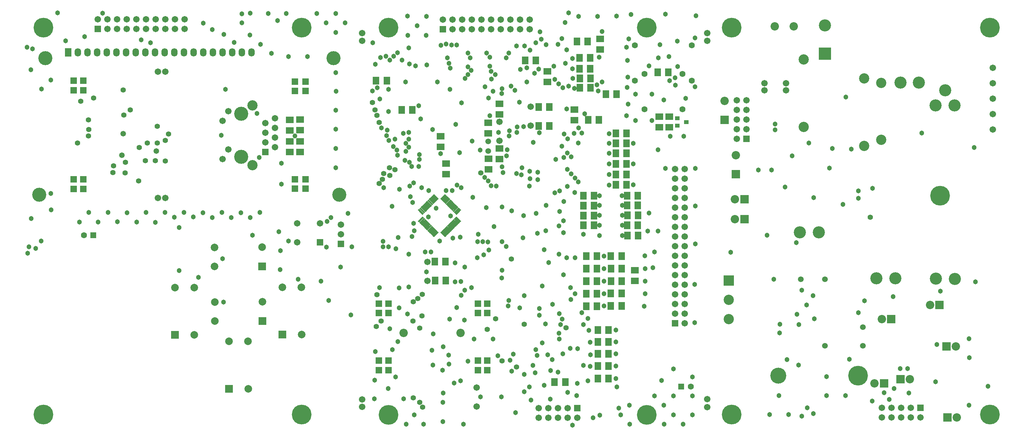
<source format=gbs>
%FSLAX43Y43*%
%MOMM*%
G71*
G01*
G75*
%ADD10C,0.300*%
%ADD11R,1.600X1.800*%
%ADD12R,1.800X1.600*%
%ADD13R,1.300X0.850*%
%ADD14R,1.450X0.550*%
%ADD15R,1.450X0.550*%
%ADD16R,0.850X1.300*%
%ADD17R,2.150X0.600*%
%ADD18R,2.150X0.600*%
%ADD19R,1.500X1.300*%
%ADD20O,1.800X0.350*%
%ADD21O,1.800X0.350*%
%ADD22R,2.500X0.500*%
%ADD23R,2.500X2.000*%
%ADD24R,0.600X2.200*%
%ADD25R,0.600X2.200*%
%ADD26R,1.100X2.150*%
%ADD27R,3.500X2.150*%
%ADD28R,1.300X1.500*%
%ADD29R,2.200X0.600*%
%ADD30R,2.200X0.600*%
%ADD31R,4.000X3.000*%
%ADD32R,3.000X4.000*%
%ADD33R,8.000X3.500*%
%ADD34R,2.150X3.500*%
%ADD35R,2.150X1.100*%
%ADD36O,2.000X1.000*%
%ADD37R,2.000X1.000*%
%ADD38R,0.300X1.600*%
%ADD39R,2.700X2.500*%
%ADD40R,2.200X0.550*%
%ADD41R,2.200X0.550*%
%ADD42R,1.550X0.600*%
%ADD43R,1.550X0.600*%
%ADD44R,1.700X0.600*%
%ADD45R,1.700X0.600*%
%ADD46C,0.250*%
%ADD47C,0.063*%
%ADD48R,0.600X1.700*%
%ADD49R,0.600X2.150*%
%ADD50R,0.600X2.150*%
%ADD51C,0.500*%
%ADD52C,1.000*%
%ADD53C,1.500*%
%ADD54C,0.800*%
%ADD55C,3.000*%
%ADD56C,0.880*%
%ADD57C,2.000*%
%ADD58C,0.600*%
%ADD59C,0.400*%
%ADD60C,0.180*%
%ADD61C,3.500*%
%ADD62C,2.500*%
%ADD63C,1.200*%
%ADD64R,1.400X1.400*%
%ADD65C,1.400*%
%ADD66C,1.500*%
%ADD67R,1.500X1.500*%
%ADD68O,1.500X2.000*%
%ADD69R,1.500X2.000*%
%ADD70C,5.000*%
%ADD71C,4.000*%
%ADD72C,3.000*%
%ADD73R,2.000X2.000*%
%ADD74C,2.000*%
%ADD75R,2.500X2.500*%
%ADD76C,1.800*%
%ADD77R,1.800X1.800*%
%ADD78R,3.000X3.000*%
%ADD79C,1.500*%
%ADD80C,1.300*%
%ADD81C,1.270*%
%ADD82C,1.100*%
%ADD83R,0.950X0.900*%
%ADD84C,0.700*%
%ADD85R,1.803X2.003*%
%ADD86R,2.003X1.803*%
%ADD87R,1.503X1.053*%
%ADD88R,1.653X0.753*%
%ADD89R,1.653X0.753*%
%ADD90R,1.053X1.503*%
%ADD91R,2.353X0.803*%
%ADD92R,2.353X0.803*%
%ADD93R,1.703X1.503*%
%ADD94O,2.003X0.553*%
%ADD95O,2.003X0.553*%
%ADD96R,2.703X0.703*%
%ADD97R,2.703X2.203*%
%ADD98R,0.803X2.403*%
%ADD99R,0.803X2.403*%
%ADD100R,1.303X2.353*%
%ADD101R,3.703X2.353*%
%ADD102R,1.503X1.703*%
%ADD103R,2.403X0.803*%
%ADD104R,2.403X0.803*%
%ADD105R,4.203X3.203*%
%ADD106R,3.203X4.203*%
%ADD107R,8.203X3.703*%
%ADD108R,2.353X3.703*%
%ADD109R,2.353X1.303*%
%ADD110O,2.203X1.203*%
%ADD111R,2.203X1.203*%
%ADD112R,0.503X1.803*%
%ADD113R,2.903X2.703*%
%ADD114R,2.403X0.753*%
%ADD115R,2.403X0.753*%
%ADD116R,1.753X0.803*%
%ADD117R,1.753X0.803*%
%ADD118R,1.903X0.803*%
%ADD119R,1.903X0.803*%
%ADD120R,0.803X1.903*%
%ADD121R,0.803X2.353*%
%ADD122R,0.803X2.353*%
%ADD123C,3.703*%
%ADD124C,2.703*%
%ADD125C,1.403*%
%ADD126R,1.603X1.603*%
%ADD127C,1.603*%
%ADD128C,1.703*%
%ADD129R,1.703X1.703*%
%ADD130O,1.703X2.203*%
%ADD131R,1.703X2.203*%
%ADD132C,5.203*%
%ADD133C,4.203*%
%ADD134C,3.203*%
%ADD135R,2.203X2.203*%
%ADD136C,2.203*%
%ADD137R,2.703X2.703*%
%ADD138C,2.003*%
%ADD139R,2.003X2.003*%
%ADD140R,3.203X3.203*%
%ADD141C,1.703*%
%ADD142C,1.503*%
%ADD143C,1.473*%
%ADD144C,1.303*%
%ADD145R,1.153X1.103*%
D47*
X107753Y52584D02*
X107442Y52896D01*
X108637Y54091D01*
X108949Y53780D01*
X107753Y52584D01*
Y52658D02*
X107515Y52896D01*
X108637Y54018D01*
X108875Y53780D01*
X107753Y52658D01*
Y52731D02*
X107589Y52896D01*
X108637Y53944D01*
X108802Y53780D01*
X107753Y52731D01*
Y52805D02*
X107663Y52896D01*
X108637Y53870D01*
X108728Y53780D01*
X107753Y52805D01*
Y52879D02*
X107736Y52896D01*
X108637Y53797D01*
X108654Y53780D01*
X107753Y52879D01*
X107791Y52915D02*
X108600Y53760D01*
X115560Y55371D02*
X115249Y55059D01*
X114053Y56254D01*
X114365Y56566D01*
X115560Y55371D01*
X115487D02*
X115249Y55133D01*
X114127Y56254D01*
X114365Y56492D01*
X115487Y55371D01*
X115413D02*
X115249Y55206D01*
X114201Y56254D01*
X114365Y56419D01*
X115413Y55371D01*
X115339D02*
X115249Y55280D01*
X114274Y56254D01*
X114365Y56345D01*
X115339Y55371D01*
X115266D02*
X115249Y55354D01*
X114348Y56254D01*
X114365Y56271D01*
X115266Y55371D01*
X115229Y55408D02*
X114384Y56217D01*
X115207Y55017D02*
X114895Y54705D01*
X113700Y55901D01*
X114011Y56213D01*
X115207Y55017D01*
X115133D02*
X114895Y54779D01*
X113773Y55901D01*
X114011Y56139D01*
X115133Y55017D01*
X115059D02*
X114895Y54853D01*
X113847Y55901D01*
X114011Y56065D01*
X115059Y55017D01*
X114986D02*
X114895Y54926D01*
X113921Y55901D01*
X114011Y55992D01*
X114986Y55017D01*
X114912D02*
X114895Y55000D01*
X113994Y55901D01*
X114011Y55918D01*
X114912Y55017D01*
X114876Y55054D02*
X114031Y55864D01*
X114853Y54663D02*
X114542Y54352D01*
X113346Y55547D01*
X113658Y55859D01*
X114853Y54663D01*
X114780D02*
X114542Y54425D01*
X113420Y55547D01*
X113658Y55785D01*
X114780Y54663D01*
X114706D02*
X114542Y54499D01*
X113493Y55547D01*
X113658Y55712D01*
X114706Y54663D01*
X114632D02*
X114542Y54573D01*
X113567Y55547D01*
X113658Y55638D01*
X114632Y54663D01*
X114559D02*
X114542Y54646D01*
X113641Y55547D01*
X113658Y55564D01*
X114559Y54663D01*
X114522Y54701D02*
X113677Y55510D01*
X114500Y54310D02*
X114188Y53998D01*
X112992Y55194D01*
X113304Y55505D01*
X114500Y54310D01*
X114426D02*
X114188Y54072D01*
X113066Y55194D01*
X113304Y55432D01*
X114426Y54310D01*
X114352D02*
X114188Y54146D01*
X113140Y55194D01*
X113304Y55358D01*
X114352Y54310D01*
X114279D02*
X114188Y54219D01*
X113213Y55194D01*
X113304Y55284D01*
X114279Y54310D01*
X114205D02*
X114188Y54293D01*
X113287Y55194D01*
X113304Y55211D01*
X114205Y54310D01*
X114169Y54347D02*
X113323Y55156D01*
X114146Y53956D02*
X113834Y53645D01*
X112639Y54840D01*
X112951Y55152D01*
X114146Y53956D01*
X114072D02*
X113834Y53718D01*
X112713Y54840D01*
X112951Y55078D01*
X114072Y53956D01*
X113999D02*
X113834Y53792D01*
X112786Y54840D01*
X112951Y55005D01*
X113999Y53956D01*
X113925D02*
X113834Y53866D01*
X112860Y54840D01*
X112951Y54931D01*
X113925Y53956D01*
X113851D02*
X113834Y53939D01*
X112934Y54840D01*
X112951Y54857D01*
X113851Y53956D01*
X113815Y53994D02*
X112970Y54803D01*
X113793Y53603D02*
X113481Y53291D01*
X112285Y54487D01*
X112597Y54798D01*
X113793Y53603D01*
X113719D02*
X113481Y53365D01*
X112359Y54487D01*
X112597Y54725D01*
X113719Y53603D01*
X113645D02*
X113481Y53438D01*
X112433Y54487D01*
X112597Y54651D01*
X113645Y53603D01*
X113572D02*
X113481Y53512D01*
X112506Y54487D01*
X112597Y54577D01*
X113572Y53603D01*
X113498D02*
X113481Y53586D01*
X112580Y54487D01*
X112597Y54504D01*
X113498Y53603D01*
X113462Y53640D02*
X112616Y54449D01*
X113439Y53249D02*
X113127Y52938D01*
X111932Y54133D01*
X112243Y54445D01*
X113439Y53249D01*
X113365D02*
X113127Y53011D01*
X112006Y54133D01*
X112243Y54371D01*
X113365Y53249D01*
X113292D02*
X113127Y53085D01*
X112079Y54133D01*
X112243Y54297D01*
X113292Y53249D01*
X113218D02*
X113127Y53159D01*
X112153Y54133D01*
X112243Y54224D01*
X113218Y53249D01*
X113144D02*
X113127Y53232D01*
X112227Y54133D01*
X112243Y54150D01*
X113144Y53249D01*
X113108Y53287D02*
X112263Y54096D01*
X113085Y52896D02*
X112774Y52584D01*
X111578Y53780D01*
X111890Y54091D01*
X113085Y52896D01*
X113012D02*
X112774Y52658D01*
X111652Y53780D01*
X111890Y54018D01*
X113012Y52896D01*
X112938D02*
X112774Y52731D01*
X111726Y53780D01*
X111890Y53944D01*
X112938Y52896D01*
X112864D02*
X112774Y52805D01*
X111799Y53780D01*
X111890Y53870D01*
X112864Y52896D01*
X112791D02*
X112774Y52879D01*
X111873Y53780D01*
X111890Y53797D01*
X112791Y52896D01*
X112754Y52933D02*
X111909Y53742D01*
X112732Y52542D02*
X112420Y52231D01*
X111225Y53426D01*
X111536Y53738D01*
X112732Y52542D01*
X112658D02*
X112420Y52304D01*
X111298Y53426D01*
X111536Y53664D01*
X112658Y52542D01*
X112585D02*
X112420Y52378D01*
X111372Y53426D01*
X111536Y53590D01*
X112585Y52542D01*
X112511D02*
X112420Y52451D01*
X111446Y53426D01*
X111536Y53517D01*
X112511Y52542D01*
X112437D02*
X112420Y52525D01*
X111519Y53426D01*
X111536Y53443D01*
X112437Y52542D01*
X112401Y52579D02*
X111556Y53389D01*
X112378Y52189D02*
X112067Y51877D01*
X110871Y53072D01*
X111183Y53384D01*
X112378Y52189D01*
X112305D02*
X112067Y51951D01*
X110945Y53072D01*
X111183Y53310D01*
X112305Y52189D01*
X112231D02*
X112067Y52024D01*
X111019Y53072D01*
X111183Y53237D01*
X112231Y52189D01*
X112157D02*
X112067Y52098D01*
X111092Y53072D01*
X111183Y53163D01*
X112157Y52189D01*
X112084D02*
X112067Y52172D01*
X111166Y53072D01*
X111183Y53089D01*
X112084Y52189D01*
X112047Y52226D02*
X111202Y53035D01*
X112025Y51835D02*
X111713Y51523D01*
X110518Y52719D01*
X110829Y53031D01*
X112025Y51835D01*
X111951D02*
X111713Y51597D01*
X110591Y52719D01*
X110829Y52957D01*
X111951Y51835D01*
X111877D02*
X111713Y51671D01*
X110665Y52719D01*
X110829Y52883D01*
X111877Y51835D01*
X111804D02*
X111713Y51744D01*
X110739Y52719D01*
X110829Y52810D01*
X111804Y51835D01*
X111730D02*
X111713Y51818D01*
X110812Y52719D01*
X110829Y52736D01*
X111730Y51835D01*
X111694Y51872D02*
X110849Y52682D01*
X108814Y51523D02*
X108502Y51835D01*
X109698Y53031D01*
X110010Y52719D01*
X108814Y51523D01*
Y51597D02*
X108576Y51835D01*
X109698Y52957D01*
X109936Y52719D01*
X108814Y51597D01*
Y51671D02*
X108650Y51835D01*
X109698Y52883D01*
X109862Y52719D01*
X108814Y51671D01*
Y51744D02*
X108723Y51835D01*
X109698Y52810D01*
X109789Y52719D01*
X108814Y51744D01*
Y51818D02*
X108797Y51835D01*
X109698Y52736D01*
X109715Y52719D01*
X108814Y51818D01*
X108851Y51854D02*
X109661Y52700D01*
X108460Y51877D02*
X108149Y52189D01*
X109344Y53384D01*
X109656Y53072D01*
X108460Y51877D01*
Y51951D02*
X108223Y52189D01*
X109344Y53310D01*
X109582Y53072D01*
X108460Y51951D01*
Y52024D02*
X108296Y52189D01*
X109344Y53237D01*
X109509Y53072D01*
X108460Y52024D01*
Y52098D02*
X108370Y52189D01*
X109344Y53163D01*
X109435Y53072D01*
X108460Y52098D01*
Y52172D02*
X108443Y52189D01*
X109344Y53089D01*
X109361Y53072D01*
X108460Y52172D01*
X108498Y52208D02*
X109307Y53053D01*
X108107Y52230D02*
X107795Y52542D01*
X108991Y53738D01*
X109302Y53426D01*
X108107Y52230D01*
Y52304D02*
X107869Y52542D01*
X108991Y53664D01*
X109229Y53426D01*
X108107Y52304D01*
Y52378D02*
X107943Y52542D01*
X108991Y53590D01*
X109155Y53426D01*
X108107Y52378D01*
Y52451D02*
X108016Y52542D01*
X108991Y53517D01*
X109081Y53426D01*
X108107Y52451D01*
Y52525D02*
X108090Y52542D01*
X108991Y53443D01*
X109008Y53426D01*
X108107Y52525D01*
X108144Y52561D02*
X108953Y53407D01*
X107400Y52938D02*
X107088Y53249D01*
X108284Y54445D01*
X108595Y54133D01*
X107400Y52938D01*
Y53011D02*
X107162Y53249D01*
X108284Y54371D01*
X108522Y54133D01*
X107400Y53011D01*
Y53085D02*
X107236Y53249D01*
X108284Y54297D01*
X108448Y54133D01*
X107400Y53085D01*
Y53159D02*
X107309Y53249D01*
X108284Y54224D01*
X108374Y54133D01*
X107400Y53159D01*
Y53232D02*
X107383Y53249D01*
X108284Y54150D01*
X108301Y54133D01*
X107400Y53232D01*
X107437Y53269D02*
X108246Y54114D01*
X107046Y53291D02*
X106735Y53603D01*
X107930Y54798D01*
X108242Y54487D01*
X107046Y53291D01*
Y53365D02*
X106808Y53603D01*
X107930Y54725D01*
X108168Y54487D01*
X107046Y53365D01*
Y53438D02*
X106882Y53603D01*
X107930Y54651D01*
X108094Y54487D01*
X107046Y53438D01*
Y53512D02*
X106956Y53603D01*
X107930Y54577D01*
X108021Y54487D01*
X107046Y53512D01*
Y53586D02*
X107029Y53603D01*
X107930Y54504D01*
X107947Y54487D01*
X107046Y53586D01*
X107084Y53622D02*
X107893Y54467D01*
X106693Y53645D02*
X106381Y53956D01*
X107577Y55152D01*
X107888Y54840D01*
X106693Y53645D01*
Y53718D02*
X106455Y53956D01*
X107577Y55078D01*
X107815Y54840D01*
X106693Y53718D01*
Y53792D02*
X106528Y53956D01*
X107577Y55005D01*
X107741Y54840D01*
X106693Y53792D01*
Y53866D02*
X106602Y53956D01*
X107577Y54931D01*
X107667Y54840D01*
X106693Y53866D01*
Y53939D02*
X106676Y53956D01*
X107577Y54857D01*
X107594Y54840D01*
X106693Y53939D01*
X106730Y53976D02*
X107539Y54821D01*
X106339Y53998D02*
X106028Y54310D01*
X107223Y55505D01*
X107535Y55194D01*
X106339Y53998D01*
Y54072D02*
X106101Y54310D01*
X107223Y55432D01*
X107461Y55194D01*
X106339Y54072D01*
Y54146D02*
X106175Y54310D01*
X107223Y55358D01*
X107387Y55194D01*
X106339Y54146D01*
Y54219D02*
X106248Y54310D01*
X107223Y55284D01*
X107314Y55194D01*
X106339Y54219D01*
Y54293D02*
X106322Y54310D01*
X107223Y55211D01*
X107240Y55194D01*
X106339Y54293D01*
X106376Y54329D02*
X107186Y55174D01*
X105986Y54352D02*
X105674Y54663D01*
X106869Y55859D01*
X107181Y55547D01*
X105986Y54352D01*
Y54425D02*
X105748Y54663D01*
X106869Y55785D01*
X107107Y55547D01*
X105986Y54425D01*
Y54499D02*
X105821Y54663D01*
X106869Y55712D01*
X107034Y55547D01*
X105986Y54499D01*
Y54573D02*
X105895Y54663D01*
X106869Y55638D01*
X106960Y55547D01*
X105986Y54573D01*
Y54646D02*
X105969Y54663D01*
X106869Y55564D01*
X106886Y55547D01*
X105986Y54646D01*
X106023Y54683D02*
X106832Y55528D01*
X105632Y54705D02*
X105320Y55017D01*
X106516Y56213D01*
X106828Y55901D01*
X105632Y54705D01*
Y54779D02*
X105394Y55017D01*
X106516Y56139D01*
X106754Y55901D01*
X105632Y54779D01*
Y54853D02*
X105468Y55017D01*
X106516Y56065D01*
X106680Y55901D01*
X105632Y54853D01*
Y54926D02*
X105541Y55017D01*
X106516Y55992D01*
X106607Y55901D01*
X105632Y54926D01*
Y55000D02*
X105615Y55017D01*
X106516Y55918D01*
X106533Y55901D01*
X105632Y55000D01*
X105669Y55036D02*
X106479Y55882D01*
X105279Y55059D02*
X104967Y55371D01*
X106162Y56566D01*
X106474Y56254D01*
X105279Y55059D01*
Y55133D02*
X105041Y55371D01*
X106162Y56492D01*
X106400Y56254D01*
X105279Y55133D01*
Y55206D02*
X105114Y55371D01*
X106162Y56419D01*
X106327Y56254D01*
X105279Y55206D01*
Y55280D02*
X105188Y55371D01*
X106162Y56345D01*
X106253Y56254D01*
X105279Y55280D01*
Y55354D02*
X105261Y55371D01*
X106162Y56271D01*
X106179Y56254D01*
X105279Y55354D01*
X105316Y55390D02*
X106125Y56235D01*
X104925Y55412D02*
X104613Y55724D01*
X105809Y56920D01*
X106120Y56608D01*
X104925Y55412D01*
Y55486D02*
X104687Y55724D01*
X105809Y56846D01*
X106047Y56608D01*
X104925Y55486D01*
Y55560D02*
X104761Y55724D01*
X105809Y56772D01*
X105973Y56608D01*
X104925Y55560D01*
Y55633D02*
X104834Y55724D01*
X105809Y56699D01*
X105899Y56608D01*
X104925Y55633D01*
Y55707D02*
X104908Y55724D01*
X105809Y56625D01*
X105826Y56608D01*
X104925Y55707D01*
X104962Y55743D02*
X105772Y56589D01*
X110009Y61628D02*
X109698Y61317D01*
X108502Y62512D01*
X108814Y62824D01*
X110009Y61628D01*
X109936D02*
X109698Y61390D01*
X108576Y62512D01*
X108814Y62750D01*
X109936Y61628D01*
X109862D02*
X109698Y61464D01*
X108650Y62512D01*
X108814Y62677D01*
X109862Y61628D01*
X109788D02*
X109698Y61538D01*
X108723Y62512D01*
X108814Y62603D01*
X109788Y61628D01*
X109715D02*
X109698Y61611D01*
X108797Y62512D01*
X108814Y62529D01*
X109715Y61628D01*
X109678Y61666D02*
X108833Y62475D01*
X109656Y61275D02*
X109344Y60963D01*
X108149Y62159D01*
X108460Y62470D01*
X109656Y61275D01*
X109582D02*
X109344Y61037D01*
X108223Y62159D01*
X108460Y62397D01*
X109582Y61275D01*
X109509D02*
X109344Y61111D01*
X108296Y62159D01*
X108460Y62323D01*
X109509Y61275D01*
X109435D02*
X109344Y61184D01*
X108370Y62159D01*
X108460Y62249D01*
X109435Y61275D01*
X109361D02*
X109344Y61258D01*
X108443Y62159D01*
X108460Y62176D01*
X109361Y61275D01*
X109325Y61312D02*
X108480Y62121D01*
X109302Y60921D02*
X108991Y60610D01*
X107795Y61805D01*
X108107Y62117D01*
X109302Y60921D01*
X109229D02*
X108991Y60683D01*
X107869Y61805D01*
X108107Y62043D01*
X109229Y60921D01*
X109155D02*
X108991Y60757D01*
X107943Y61805D01*
X108107Y61970D01*
X109155Y60921D01*
X109081D02*
X108991Y60831D01*
X108016Y61805D01*
X108107Y61896D01*
X109081Y60921D01*
X109008D02*
X108991Y60904D01*
X108090Y61805D01*
X108107Y61822D01*
X109008Y60921D01*
X108971Y60959D02*
X108126Y61768D01*
X108242Y59861D02*
X107930Y59549D01*
X106735Y60745D01*
X107046Y61056D01*
X108242Y59861D01*
X108168D02*
X107930Y59623D01*
X106808Y60745D01*
X107046Y60983D01*
X108168Y59861D01*
X108094D02*
X107930Y59696D01*
X106882Y60745D01*
X107046Y60909D01*
X108094Y59861D01*
X108021D02*
X107930Y59770D01*
X106956Y60745D01*
X107046Y60835D01*
X108021Y59861D01*
X107947D02*
X107930Y59844D01*
X107029Y60745D01*
X107046Y60762D01*
X107947Y59861D01*
X107911Y59898D02*
X107066Y60707D01*
X107888Y59507D02*
X107577Y59196D01*
X106381Y60391D01*
X106693Y60703D01*
X107888Y59507D01*
X107815D02*
X107577Y59269D01*
X106455Y60391D01*
X106693Y60629D01*
X107815Y59507D01*
X107741D02*
X107577Y59343D01*
X106528Y60391D01*
X106693Y60555D01*
X107741Y59507D01*
X107667D02*
X107577Y59416D01*
X106602Y60391D01*
X106693Y60482D01*
X107667Y59507D01*
X107594D02*
X107577Y59490D01*
X106676Y60391D01*
X106693Y60408D01*
X107594Y59507D01*
X107557Y59544D02*
X106712Y60354D01*
X107535Y59154D02*
X107223Y58842D01*
X106027Y60037D01*
X106339Y60349D01*
X107535Y59154D01*
X107461D02*
X107223Y58916D01*
X106101Y60037D01*
X106339Y60275D01*
X107461Y59154D01*
X107387D02*
X107223Y58989D01*
X106175Y60037D01*
X106339Y60202D01*
X107387Y59154D01*
X107314D02*
X107223Y59063D01*
X106248Y60037D01*
X106339Y60128D01*
X107314Y59154D01*
X107240D02*
X107223Y59137D01*
X106322Y60037D01*
X106339Y60054D01*
X107240Y59154D01*
X107204Y59191D02*
X106358Y60000D01*
X107181Y58800D02*
X106869Y58488D01*
X105674Y59684D01*
X105986Y59996D01*
X107181Y58800D01*
X107107D02*
X106869Y58562D01*
X105748Y59684D01*
X105986Y59922D01*
X107107Y58800D01*
X107034D02*
X106869Y58636D01*
X105821Y59684D01*
X105986Y59848D01*
X107034Y58800D01*
X106960D02*
X106869Y58709D01*
X105895Y59684D01*
X105986Y59775D01*
X106960Y58800D01*
X106886D02*
X106869Y58783D01*
X105969Y59684D01*
X105986Y59701D01*
X106886Y58800D01*
X106850Y58837D02*
X106005Y59647D01*
X106828Y58446D02*
X106516Y58135D01*
X105320Y59330D01*
X105632Y59642D01*
X106828Y58446D01*
X106754D02*
X106516Y58209D01*
X105394Y59330D01*
X105632Y59568D01*
X106754Y58446D01*
X106680D02*
X106516Y58282D01*
X105468Y59330D01*
X105632Y59495D01*
X106680Y58446D01*
X106607D02*
X106516Y58356D01*
X105541Y59330D01*
X105632Y59421D01*
X106607Y58446D01*
X106533D02*
X106516Y58429D01*
X105615Y59330D01*
X105632Y59347D01*
X106533Y58446D01*
X106497Y58484D02*
X105651Y59293D01*
X106474Y58093D02*
X106162Y57781D01*
X104967Y58977D01*
X105279Y59288D01*
X106474Y58093D01*
X106400D02*
X106162Y57855D01*
X105041Y58977D01*
X105279Y59215D01*
X106400Y58093D01*
X106327D02*
X106162Y57929D01*
X105114Y58977D01*
X105279Y59141D01*
X106327Y58093D01*
X106253D02*
X106162Y58002D01*
X105188Y58977D01*
X105279Y59067D01*
X106253Y58093D01*
X106179D02*
X106162Y58076D01*
X105261Y58977D01*
X105279Y58994D01*
X106179Y58093D01*
X106143Y58130D02*
X105298Y58939D01*
X106120Y57739D02*
X105809Y57428D01*
X104613Y58623D01*
X104925Y58935D01*
X106120Y57739D01*
X106047D02*
X105809Y57501D01*
X104687Y58623D01*
X104925Y58861D01*
X106047Y57739D01*
X105973D02*
X105809Y57575D01*
X104761Y58623D01*
X104925Y58788D01*
X105973Y57739D01*
X105899D02*
X105809Y57649D01*
X104834Y58623D01*
X104925Y58714D01*
X105899Y57739D01*
X105826D02*
X105809Y57722D01*
X104908Y58623D01*
X104925Y58640D01*
X105826Y57739D01*
X105789Y57777D02*
X104944Y58586D01*
X114365Y57781D02*
X114053Y58093D01*
X115249Y59288D01*
X115560Y58977D01*
X114365Y57781D01*
Y57855D02*
X114127Y58093D01*
X115249Y59215D01*
X115487Y58977D01*
X114365Y57855D01*
Y57929D02*
X114201Y58093D01*
X115249Y59141D01*
X115413Y58977D01*
X114365Y57929D01*
Y58002D02*
X114274Y58093D01*
X115249Y59067D01*
X115339Y58977D01*
X114365Y58002D01*
Y58076D02*
X114348Y58093D01*
X115249Y58994D01*
X115266Y58977D01*
X114365Y58076D01*
X114402Y58112D02*
X115211Y58957D01*
X114011Y58135D02*
X113700Y58446D01*
X114895Y59642D01*
X115207Y59330D01*
X114011Y58135D01*
Y58209D02*
X113773Y58446D01*
X114895Y59568D01*
X115133Y59330D01*
X114011Y58209D01*
Y58282D02*
X113847Y58446D01*
X114895Y59495D01*
X115059Y59330D01*
X114011Y58282D01*
Y58356D02*
X113921Y58446D01*
X114895Y59421D01*
X114986Y59330D01*
X114011Y58356D01*
Y58429D02*
X113994Y58446D01*
X114895Y59347D01*
X114912Y59330D01*
X114011Y58429D01*
X114049Y58466D02*
X114858Y59311D01*
X113658Y58488D02*
X113346Y58800D01*
X114542Y59996D01*
X114853Y59684D01*
X113658Y58488D01*
Y58562D02*
X113420Y58800D01*
X114542Y59922D01*
X114780Y59684D01*
X113658Y58562D01*
Y58636D02*
X113493Y58800D01*
X114542Y59848D01*
X114706Y59684D01*
X113658Y58636D01*
Y58709D02*
X113567Y58800D01*
X114542Y59775D01*
X114632Y59684D01*
X113658Y58709D01*
Y58783D02*
X113641Y58800D01*
X114542Y59701D01*
X114559Y59684D01*
X113658Y58783D01*
X113695Y58819D02*
X114504Y59665D01*
X113304Y58842D02*
X112993Y59154D01*
X114188Y60349D01*
X114500Y60037D01*
X113304Y58842D01*
Y58916D02*
X113066Y59154D01*
X114188Y60275D01*
X114426Y60037D01*
X113304Y58916D01*
Y58989D02*
X113140Y59154D01*
X114188Y60202D01*
X114352Y60037D01*
X113304Y58989D01*
Y59063D02*
X113214Y59154D01*
X114188Y60128D01*
X114279Y60037D01*
X113304Y59063D01*
Y59137D02*
X113287Y59154D01*
X114188Y60054D01*
X114205Y60037D01*
X113304Y59137D01*
X113342Y59173D02*
X114151Y60018D01*
X112951Y59195D02*
X112639Y59507D01*
X113835Y60703D01*
X114146Y60391D01*
X112951Y59195D01*
Y59269D02*
X112713Y59507D01*
X113835Y60629D01*
X114072Y60391D01*
X112951Y59269D01*
Y59343D02*
X112786Y59507D01*
X113835Y60555D01*
X113999Y60391D01*
X112951Y59343D01*
Y59416D02*
X112860Y59507D01*
X113835Y60482D01*
X113925Y60391D01*
X112951Y59416D01*
Y59490D02*
X112934Y59507D01*
X113835Y60408D01*
X113852Y60391D01*
X112951Y59490D01*
X112988Y59526D02*
X113797Y60372D01*
X112597Y59549D02*
X112285Y59861D01*
X113481Y61056D01*
X113793Y60745D01*
X112597Y59549D01*
Y59623D02*
X112359Y59861D01*
X113481Y60983D01*
X113719Y60745D01*
X112597Y59623D01*
Y59696D02*
X112433Y59861D01*
X113481Y60909D01*
X113645Y60745D01*
X112597Y59696D01*
Y59770D02*
X112506Y59861D01*
X113481Y60835D01*
X113572Y60745D01*
X112597Y59770D01*
Y59844D02*
X112580Y59861D01*
X113481Y60762D01*
X113498Y60745D01*
X112597Y59844D01*
X112634Y59880D02*
X113444Y60725D01*
X112244Y59903D02*
X111932Y60214D01*
X113127Y61410D01*
X113439Y61098D01*
X112244Y59903D01*
Y59976D02*
X112006Y60214D01*
X113127Y61336D01*
X113365Y61098D01*
X112244Y59976D01*
Y60050D02*
X112079Y60214D01*
X113127Y61262D01*
X113292Y61098D01*
X112244Y60050D01*
Y60124D02*
X112153Y60214D01*
X113127Y61189D01*
X113218Y61098D01*
X112244Y60124D01*
Y60197D02*
X112227Y60214D01*
X113127Y61115D01*
X113144Y61098D01*
X112244Y60197D01*
X112281Y60234D02*
X113090Y61079D01*
X111890Y60256D02*
X111578Y60568D01*
X112774Y61763D01*
X113085Y61452D01*
X111890Y60256D01*
Y60330D02*
X111652Y60568D01*
X112774Y61690D01*
X113012Y61452D01*
X111890Y60330D01*
Y60403D02*
X111726Y60568D01*
X112774Y61616D01*
X112938Y61452D01*
X111890Y60403D01*
Y60477D02*
X111799Y60568D01*
X112774Y61542D01*
X112864Y61452D01*
X111890Y60477D01*
Y60551D02*
X111873Y60568D01*
X112774Y61469D01*
X112791Y61452D01*
X111890Y60551D01*
X111927Y60587D02*
X112737Y61432D01*
X111536Y60610D02*
X111225Y60921D01*
X112420Y62117D01*
X112732Y61805D01*
X111536Y60610D01*
Y60683D02*
X111298Y60921D01*
X112420Y62043D01*
X112658Y61805D01*
X111536Y60683D01*
Y60757D02*
X111372Y60921D01*
X112420Y61970D01*
X112585Y61805D01*
X111536Y60757D01*
Y60831D02*
X111446Y60921D01*
X112420Y61896D01*
X112511Y61805D01*
X111536Y60831D01*
Y60904D02*
X111519Y60921D01*
X112420Y61822D01*
X112437Y61805D01*
X111536Y60904D01*
X111574Y60941D02*
X112383Y61786D01*
X111183Y60963D02*
X110871Y61275D01*
X112067Y62470D01*
X112378Y62159D01*
X111183Y60963D01*
Y61037D02*
X110945Y61275D01*
X112067Y62397D01*
X112305Y62159D01*
X111183Y61037D01*
Y61111D02*
X111019Y61275D01*
X112067Y62323D01*
X112231Y62159D01*
X111183Y61111D01*
Y61184D02*
X111092Y61275D01*
X112067Y62249D01*
X112157Y62159D01*
X111183Y61184D01*
Y61258D02*
X111166Y61275D01*
X112067Y62176D01*
X112084Y62159D01*
X111183Y61258D01*
X111220Y61294D02*
X112029Y62139D01*
X110829Y61317D02*
X110518Y61628D01*
X111713Y62824D01*
X112025Y62512D01*
X110829Y61317D01*
Y61390D02*
X110591Y61628D01*
X111713Y62750D01*
X111951Y62512D01*
X110829Y61390D01*
Y61464D02*
X110665Y61628D01*
X111713Y62677D01*
X111878Y62512D01*
X110829Y61464D01*
Y61538D02*
X110739Y61628D01*
X111713Y62603D01*
X111804Y62512D01*
X110829Y61538D01*
Y61611D02*
X110812Y61628D01*
X111713Y62529D01*
X111730Y62512D01*
X110829Y61611D01*
X110867Y61648D02*
X111676Y62493D01*
X108949Y60568D02*
X108637Y60256D01*
X107442Y61452D01*
X107753Y61763D01*
X108949Y60568D01*
X108875D02*
X108637Y60330D01*
X107515Y61452D01*
X107753Y61690D01*
X108875Y60568D01*
X108802D02*
X108637Y60403D01*
X107589Y61452D01*
X107753Y61616D01*
X108802Y60568D01*
X108728D02*
X108637Y60477D01*
X107663Y61452D01*
X107753Y61542D01*
X108728Y60568D01*
X108654D02*
X108637Y60551D01*
X107736Y61452D01*
X107753Y61469D01*
X108654Y60568D01*
X108618Y60605D02*
X107773Y61414D01*
X108595Y60214D02*
X108284Y59903D01*
X107088Y61098D01*
X107400Y61410D01*
X108595Y60214D01*
X108522D02*
X108284Y59976D01*
X107162Y61098D01*
X107400Y61336D01*
X108522Y60214D01*
X108448D02*
X108284Y60050D01*
X107236Y61098D01*
X107400Y61262D01*
X108448Y60214D01*
X108374D02*
X108284Y60124D01*
X107309Y61098D01*
X107400Y61189D01*
X108374Y60214D01*
X108301D02*
X108284Y60197D01*
X107383Y61098D01*
X107400Y61115D01*
X108301Y60214D01*
X108264Y60252D02*
X107419Y61061D01*
X114718Y57428D02*
X114407Y57739D01*
X115602Y58935D01*
X115914Y58623D01*
X114718Y57428D01*
Y57501D02*
X114480Y57739D01*
X115602Y58861D01*
X115840Y58623D01*
X114718Y57501D01*
Y57575D02*
X114554Y57739D01*
X115602Y58788D01*
X115767Y58623D01*
X114718Y57575D01*
Y57649D02*
X114628Y57739D01*
X115602Y58714D01*
X115693Y58623D01*
X114718Y57649D01*
Y57722D02*
X114701Y57739D01*
X115602Y58640D01*
X115619Y58623D01*
X114718Y57722D01*
X114756Y57759D02*
X115565Y58604D01*
X115914Y55724D02*
X115602Y55412D01*
X114407Y56608D01*
X114718Y56920D01*
X115914Y55724D01*
X115840D02*
X115602Y55486D01*
X114480Y56608D01*
X114718Y56846D01*
X115840Y55724D01*
X115767D02*
X115602Y55560D01*
X114554Y56608D01*
X114718Y56772D01*
X115767Y55724D01*
X115693D02*
X115602Y55633D01*
X114628Y56608D01*
X114718Y56699D01*
X115693Y55724D01*
X115619D02*
X115602Y55707D01*
X114701Y56608D01*
X114718Y56625D01*
X115619Y55724D01*
X115583Y55761D02*
X114738Y56571D01*
D85*
X111964Y40055D02*
D03*
X109164Y40055D02*
D03*
X111864Y45006D02*
D03*
X109064Y45006D02*
D03*
X147177Y98748D02*
D03*
X149977Y98748D02*
D03*
X150022Y90804D02*
D03*
X147222Y90804D02*
D03*
X154822Y14204D02*
D03*
X152022D02*
D03*
Y17504D02*
D03*
X154822D02*
D03*
X152022Y20704D02*
D03*
X154822D02*
D03*
X152022Y23904D02*
D03*
X154822D02*
D03*
X162567Y51911D02*
D03*
X159767D02*
D03*
X148922Y33304D02*
D03*
X151722D02*
D03*
X148922Y36604D02*
D03*
X151722D02*
D03*
X148922Y39904D02*
D03*
X151722D02*
D03*
X147172Y95854D02*
D03*
X149972Y95854D02*
D03*
X154122Y89104D02*
D03*
X156922D02*
D03*
X148922Y43204D02*
D03*
X151722D02*
D03*
X148922Y46504D02*
D03*
X151722D02*
D03*
X152022Y27004D02*
D03*
X154822D02*
D03*
X136437Y80795D02*
D03*
X139237Y80795D02*
D03*
X136437Y85795D02*
D03*
X139237D02*
D03*
X146522Y103004D02*
D03*
X149322D02*
D03*
X140607Y13258D02*
D03*
X143407D02*
D03*
X152222Y82404D02*
D03*
X149422Y82404D02*
D03*
X147222Y93304D02*
D03*
X150022D02*
D03*
X167724Y94901D02*
D03*
X170524D02*
D03*
X155420Y33310D02*
D03*
X158220D02*
D03*
X155420Y36610D02*
D03*
X158220D02*
D03*
X158224Y39901D02*
D03*
X155424D02*
D03*
X158224Y43201D02*
D03*
X155424D02*
D03*
X158220Y46510D02*
D03*
X155420D02*
D03*
X156737Y67945D02*
D03*
X159537D02*
D03*
Y65245D02*
D03*
X156737D02*
D03*
Y73545D02*
D03*
X159537D02*
D03*
X156737Y70745D02*
D03*
X159537D02*
D03*
X159537Y78795D02*
D03*
X156737D02*
D03*
X159537Y76195D02*
D03*
X156737Y76195D02*
D03*
X96412Y92658D02*
D03*
X93612D02*
D03*
X135620Y98069D02*
D03*
X132820D02*
D03*
X151012Y54571D02*
D03*
X148212D02*
D03*
X151012Y57172D02*
D03*
X148212D02*
D03*
X151012Y62358D02*
D03*
X148212Y62358D02*
D03*
X151012Y59773D02*
D03*
X148212Y59773D02*
D03*
X103137Y84995D02*
D03*
X100337Y84995D02*
D03*
X162502Y62373D02*
D03*
X159702Y62373D02*
D03*
X162552Y57222D02*
D03*
X159752Y57222D02*
D03*
X162502Y59823D02*
D03*
X159702Y59823D02*
D03*
X162502Y54621D02*
D03*
X159702Y54621D02*
D03*
D86*
X70863Y82404D02*
D03*
X73576Y82428D02*
D03*
X73576Y73928D02*
D03*
X70863Y73904D02*
D03*
Y79604D02*
D03*
X73576Y79628D02*
D03*
X73576Y76728D02*
D03*
X70863Y76704D02*
D03*
X170774Y83234D02*
D03*
X170774Y80434D02*
D03*
X110607Y78082D02*
D03*
X110607Y75282D02*
D03*
X112002Y70819D02*
D03*
Y68019D02*
D03*
X123131Y81614D02*
D03*
X123131Y78814D02*
D03*
X123168Y69339D02*
D03*
Y72139D02*
D03*
X161762Y39959D02*
D03*
Y42759D02*
D03*
X138712Y95157D02*
D03*
X138712Y92357D02*
D03*
X126071Y83798D02*
D03*
Y86598D02*
D03*
X126128Y74804D02*
D03*
Y72004D02*
D03*
X145828Y85104D02*
D03*
Y82304D02*
D03*
X152628Y103704D02*
D03*
Y100904D02*
D03*
X168163Y83219D02*
D03*
Y80419D02*
D03*
D123*
X82400Y98600D02*
D03*
X83900Y62650D02*
D03*
X4950D02*
D03*
X6500Y98600D02*
D03*
X58069Y84016D02*
D03*
Y72616D02*
D03*
D124*
X61069Y70416D02*
D03*
Y86216D02*
D03*
X186446Y29891D02*
D03*
Y34971D02*
D03*
X206203Y80514D02*
D03*
Y98294D02*
D03*
X226602Y92122D02*
D03*
Y77122D02*
D03*
X222093Y93310D02*
D03*
Y75530D02*
D03*
D125*
X35961Y80700D02*
D03*
Y76300D02*
D03*
X17905Y82371D02*
D03*
X19255Y88122D02*
D03*
X17955Y79870D02*
D03*
X15854Y87322D02*
D03*
X17905Y78120D02*
D03*
X15004Y76269D02*
D03*
X38110Y71518D02*
D03*
X38960Y78670D02*
D03*
X35509Y71618D02*
D03*
X38110Y76919D02*
D03*
X33358Y76269D02*
D03*
X32908Y71618D02*
D03*
X27557Y68367D02*
D03*
X31097Y66317D02*
D03*
X27607Y71218D02*
D03*
X24356Y68467D02*
D03*
X24456Y70268D02*
D03*
X27207Y83621D02*
D03*
X27057Y90223D02*
D03*
X28857Y84971D02*
D03*
X31258Y75119D02*
D03*
X223746Y56751D02*
D03*
X122905Y27158D02*
D03*
X132607Y28508D02*
D03*
X126806Y18906D02*
D03*
X130557Y17255D02*
D03*
X129257Y45751D02*
D03*
X143610Y27608D02*
D03*
X125055Y29959D02*
D03*
X92647Y86923D02*
D03*
X105050Y7953D02*
D03*
Y27508D02*
D03*
X93648Y27908D02*
D03*
X93348Y85022D02*
D03*
X94948Y29358D02*
D03*
X103400Y9153D02*
D03*
X103350Y29408D02*
D03*
X93798Y83522D02*
D03*
X93848Y36310D02*
D03*
X105801Y36410D02*
D03*
X105851Y6703D02*
D03*
X105651Y30709D02*
D03*
X94448Y81672D02*
D03*
X94398Y65568D02*
D03*
X95298Y66718D02*
D03*
X95648Y68218D02*
D03*
X97248Y67718D02*
D03*
X97148Y69769D02*
D03*
X98549Y69269D02*
D03*
X104600Y35310D02*
D03*
X103400Y34410D02*
D03*
X121205Y68368D02*
D03*
D126*
X19185Y51936D02*
D03*
X173936Y12093D02*
D03*
D127*
X16685Y51936D02*
D03*
X176436Y12093D02*
D03*
X164230Y94491D02*
D03*
X174230D02*
D03*
X176730Y101991D02*
D03*
X161730D02*
D03*
X164230Y85191D02*
D03*
X174230D02*
D03*
X176730Y92691D02*
D03*
X161730D02*
D03*
D128*
X53169Y82116D02*
D03*
X54689Y74546D02*
D03*
X66969Y80221D02*
D03*
X64419Y76411D02*
D03*
X66969Y75141D02*
D03*
X54689Y84626D02*
D03*
X53169Y72006D02*
D03*
X64419Y78951D02*
D03*
X66969Y77681D02*
D03*
X66969Y82761D02*
D03*
X64419Y81491D02*
D03*
X78809Y55101D02*
D03*
X72809Y55101D02*
D03*
X22890Y106300D02*
D03*
X22890Y108840D02*
D03*
X25430Y106300D02*
D03*
Y108840D02*
D03*
X27970Y106300D02*
D03*
X27970Y108840D02*
D03*
X30510Y106300D02*
D03*
Y108840D02*
D03*
X33050Y106300D02*
D03*
Y108840D02*
D03*
X35590Y106300D02*
D03*
Y108840D02*
D03*
X38130Y106300D02*
D03*
Y108840D02*
D03*
X40670Y106300D02*
D03*
Y108840D02*
D03*
X43210Y106300D02*
D03*
Y108840D02*
D03*
X20350D02*
D03*
X72809Y50101D02*
D03*
X84321Y54743D02*
D03*
Y52203D02*
D03*
X231813Y3961D02*
D03*
Y6501D02*
D03*
X234353Y3961D02*
D03*
Y6501D02*
D03*
X236893Y3961D02*
D03*
X229273Y6501D02*
D03*
Y3961D02*
D03*
X226733D02*
D03*
Y6501D02*
D03*
X188606Y87561D02*
D03*
X191146Y87561D02*
D03*
X188606Y85021D02*
D03*
X191146D02*
D03*
X188606Y82481D02*
D03*
X191146D02*
D03*
X188606Y79941D02*
D03*
X191146D02*
D03*
X188606Y77401D02*
D03*
X107101Y39919D02*
D03*
X107101Y44919D02*
D03*
X120104Y6861D02*
D03*
X120104Y11861D02*
D03*
X141531Y3911D02*
D03*
X146611Y3911D02*
D03*
X144071Y6451D02*
D03*
X144071Y3911D02*
D03*
X141531Y6451D02*
D03*
X138991D02*
D03*
Y3911D02*
D03*
X136451Y6451D02*
D03*
Y3911D02*
D03*
X121384Y108791D02*
D03*
X116304D02*
D03*
X113764D02*
D03*
X113764Y106251D02*
D03*
X111224Y108791D02*
D03*
X126464Y106251D02*
D03*
X131544D02*
D03*
X118844Y108791D02*
D03*
X116304Y106251D02*
D03*
X118844D02*
D03*
X121384Y106251D02*
D03*
X123924Y106251D02*
D03*
X129004Y106251D02*
D03*
Y108791D02*
D03*
X131544D02*
D03*
X134084Y106251D02*
D03*
Y108791D02*
D03*
X123924Y108791D02*
D03*
X126464D02*
D03*
X126125Y81893D02*
D03*
Y76893D02*
D03*
X134324Y80809D02*
D03*
Y85809D02*
D03*
X174864Y46581D02*
D03*
X174864Y49121D02*
D03*
X172324D02*
D03*
X172324Y51661D02*
D03*
X172324Y33881D02*
D03*
X172324Y64361D02*
D03*
X174864Y61821D02*
D03*
X172324Y61821D02*
D03*
X174864Y59281D02*
D03*
X172324D02*
D03*
X174864Y56741D02*
D03*
X172324D02*
D03*
X174865Y54201D02*
D03*
X172324Y54201D02*
D03*
X174864Y69441D02*
D03*
X172324Y69441D02*
D03*
X174864Y66901D02*
D03*
X172324D02*
D03*
X174864Y44041D02*
D03*
Y51661D02*
D03*
Y64361D02*
D03*
X172324Y38961D02*
D03*
X89950Y105200D02*
D03*
Y103200D02*
D03*
X89950Y6750D02*
D03*
Y8750D02*
D03*
X38150Y95050D02*
D03*
X36150D02*
D03*
X38150Y61800D02*
D03*
X36150D02*
D03*
X255993Y79851D02*
D03*
Y83901D02*
D03*
Y87951D02*
D03*
Y92051D02*
D03*
Y96101D02*
D03*
X201546Y90151D02*
D03*
Y92051D02*
D03*
X195844D02*
D03*
X195846Y90151D02*
D03*
X180800Y6702D02*
D03*
Y103201D02*
D03*
Y105201D02*
D03*
Y8801D02*
D03*
D129*
X64419Y73871D02*
D03*
X16500Y92700D02*
D03*
X14000D02*
D03*
X16500Y64200D02*
D03*
Y66700D02*
D03*
X14000Y90200D02*
D03*
X16500D02*
D03*
X14000Y64200D02*
D03*
Y66700D02*
D03*
X72269Y66716D02*
D03*
X75069Y66716D02*
D03*
X72269Y64216D02*
D03*
X75069Y64216D02*
D03*
X72269Y90016D02*
D03*
X75069D02*
D03*
X72269Y92416D02*
D03*
X75069D02*
D03*
X20350Y106300D02*
D03*
X78809Y50101D02*
D03*
X84321Y49663D02*
D03*
X236893Y6501D02*
D03*
X191146Y77401D02*
D03*
X122872Y16451D02*
D03*
Y18951D02*
D03*
X120372Y16451D02*
D03*
Y18951D02*
D03*
X96872Y16451D02*
D03*
Y18951D02*
D03*
X94372Y16451D02*
D03*
Y18951D02*
D03*
Y33951D02*
D03*
X96872D02*
D03*
X120372D02*
D03*
X122872D02*
D03*
X94372Y31451D02*
D03*
X96872D02*
D03*
X120372D02*
D03*
X122872D02*
D03*
X146611Y6451D02*
D03*
X111224Y106251D02*
D03*
X172324Y28801D02*
D03*
D130*
X27813Y100131D02*
D03*
X55753D02*
D03*
X53213D02*
D03*
X50673D02*
D03*
X48133D02*
D03*
X45593D02*
D03*
X43053D02*
D03*
X40513D02*
D03*
X37973D02*
D03*
X35433D02*
D03*
X32893D02*
D03*
X20193D02*
D03*
X17653D02*
D03*
X25273D02*
D03*
X22733D02*
D03*
X58293D02*
D03*
X15113D02*
D03*
X30353D02*
D03*
X60833D02*
D03*
D131*
X12573D02*
D03*
D132*
X6000Y106700D02*
D03*
X6000Y4700D02*
D03*
X74000Y4700D02*
D03*
X74000Y106700D02*
D03*
X255196Y4701D02*
D03*
X255196Y106701D02*
D03*
X187196Y106701D02*
D03*
X187196Y4701D02*
D03*
X220490Y15010D02*
D03*
X242096Y62401D02*
D03*
X164874Y106651D02*
D03*
X164874Y4651D02*
D03*
X96874D02*
D03*
X96874Y106651D02*
D03*
D133*
X199490Y15010D02*
D03*
D134*
X230296Y40651D02*
D03*
X236496Y92201D02*
D03*
X231696D02*
D03*
X210146Y52751D02*
D03*
X205146D02*
D03*
X225346Y40651D02*
D03*
X240893Y86201D02*
D03*
X243393Y90201D02*
D03*
X245893Y86201D02*
D03*
X240946Y40551D02*
D03*
X245946Y40501D02*
D03*
X211796Y107301D02*
D03*
D135*
X244018Y3944D02*
D03*
X241934Y33575D02*
D03*
X243757Y22643D02*
D03*
X227341Y12913D02*
D03*
X229234Y29859D02*
D03*
X190573Y61482D02*
D03*
X190581Y56222D02*
D03*
X231657Y14043D02*
D03*
X185338Y82407D02*
D03*
X188330Y68064D02*
D03*
D136*
X246518Y3944D02*
D03*
X239434Y33575D02*
D03*
X246257Y22643D02*
D03*
X224841Y12913D02*
D03*
X226734Y29859D02*
D03*
X188073Y61482D02*
D03*
X188081Y56222D02*
D03*
X234157Y14043D02*
D03*
X203599Y107004D02*
D03*
X198599D02*
D03*
X185338Y87407D02*
D03*
X188330Y73064D02*
D03*
X115847Y26195D02*
D03*
X100847Y26195D02*
D03*
D137*
X186446Y40051D02*
D03*
D138*
X59980Y11500D02*
D03*
X59900Y24000D02*
D03*
X54900D02*
D03*
X74050Y25800D02*
D03*
X73970Y38300D02*
D03*
X68970Y38300D02*
D03*
X51150Y34400D02*
D03*
X63650Y34480D02*
D03*
X51150Y29400D02*
D03*
X45780Y25700D02*
D03*
X45700Y38200D02*
D03*
X40700D02*
D03*
X63600Y48830D02*
D03*
X51100Y48750D02*
D03*
Y43750D02*
D03*
D139*
X54900Y11500D02*
D03*
X68970Y25800D02*
D03*
X63650Y29400D02*
D03*
X40700Y25700D02*
D03*
X63600Y43750D02*
D03*
D140*
X211796Y99801D02*
D03*
D141*
X172324Y46581D02*
D03*
X174864Y28801D02*
D03*
X172324Y31341D02*
D03*
X174864D02*
D03*
Y33881D02*
D03*
X172324Y36421D02*
D03*
X174864D02*
D03*
Y38961D02*
D03*
X172324Y41501D02*
D03*
X174864D02*
D03*
X172324Y44041D02*
D03*
D142*
X123124Y76698D02*
D03*
Y74198D02*
D03*
X221796Y27801D02*
D03*
X221793Y22851D02*
D03*
X211793Y22851D02*
D03*
X205446Y40401D02*
D03*
X211796D02*
D03*
D143*
X35759Y74119D02*
D03*
X26657Y73018D02*
D03*
X26997Y78770D02*
D03*
D144*
X2786Y56414D02*
D03*
X4001Y48462D02*
D03*
X86250Y57765D02*
D03*
X8002Y92900D02*
D03*
X5501Y90473D02*
D03*
X68017Y52913D02*
D03*
X70518Y50463D02*
D03*
X83021Y69768D02*
D03*
Y74800D02*
D03*
Y79900D02*
D03*
Y84900D02*
D03*
X83050Y89923D02*
D03*
X83021Y94800D02*
D03*
X75519Y99025D02*
D03*
X70518D02*
D03*
X66017Y99900D02*
D03*
X63166Y102300D02*
D03*
X60350Y104726D02*
D03*
X56214Y102800D02*
D03*
X53550Y104876D02*
D03*
X60465Y110500D02*
D03*
X65216Y110400D02*
D03*
X67667Y108500D02*
D03*
X69968Y110428D02*
D03*
X83021Y105427D02*
D03*
X85472Y107977D02*
D03*
X83021Y110428D02*
D03*
X80470Y107977D02*
D03*
X78020Y110428D02*
D03*
X11903Y103226D02*
D03*
X16904Y104300D02*
D03*
X8002Y62966D02*
D03*
X63016Y57965D02*
D03*
X60450Y56614D02*
D03*
X58015Y57900D02*
D03*
X55514Y56664D02*
D03*
X53013Y57965D02*
D03*
X50450Y56614D02*
D03*
X48062Y57900D02*
D03*
X45511Y56764D02*
D03*
X43011Y57965D02*
D03*
X40510Y56700D02*
D03*
X38010Y57965D02*
D03*
X35509Y55400D02*
D03*
X33008Y57965D02*
D03*
X30550Y55414D02*
D03*
X28007Y57900D02*
D03*
X25506Y55500D02*
D03*
X23006Y57965D02*
D03*
X20450Y55464D02*
D03*
X18005Y57965D02*
D03*
X15504Y55464D02*
D03*
X5451Y50463D02*
D03*
X8102Y58665D02*
D03*
X72218Y78170D02*
D03*
X53914Y90423D02*
D03*
X52863Y78270D02*
D03*
X62216Y84071D02*
D03*
X62816Y72468D02*
D03*
X80720Y55614D02*
D03*
X81750Y56650D02*
D03*
X41750Y54000D02*
D03*
Y42650D02*
D03*
X79125Y39900D02*
D03*
X84300Y43550D02*
D03*
X81150Y34750D02*
D03*
X87000Y30950D02*
D03*
X58293Y107900D02*
D03*
X68350Y42900D02*
D03*
X68400Y47900D02*
D03*
X87200Y48950D02*
D03*
X58250Y110300D02*
D03*
X2750Y95600D02*
D03*
X50450Y106200D02*
D03*
X48150Y107850D02*
D03*
X2250Y48950D02*
D03*
X3150Y101100D02*
D03*
X1900Y47250D02*
D03*
X1671Y101471D02*
D03*
X31750Y103450D02*
D03*
X34250Y102650D02*
D03*
X21600Y110500D02*
D03*
X53150Y45800D02*
D03*
X53450Y34400D02*
D03*
X61050Y52000D02*
D03*
X73050Y40400D02*
D03*
X46850Y40850D02*
D03*
X80570Y48862D02*
D03*
X9752Y110578D02*
D03*
X68717Y65466D02*
D03*
Y70918D02*
D03*
X203146Y72851D02*
D03*
X212946Y69701D02*
D03*
X213746Y74801D02*
D03*
X194238Y69194D02*
D03*
X208846Y61851D02*
D03*
X220596Y61751D02*
D03*
X224295Y64352D02*
D03*
X251095Y75101D02*
D03*
X201296Y64701D02*
D03*
X216496Y60101D02*
D03*
X220546Y31551D02*
D03*
X201743Y19201D02*
D03*
X218193Y19251D02*
D03*
X199893Y28551D02*
D03*
X204893Y28451D02*
D03*
X208946Y30001D02*
D03*
X186996Y47451D02*
D03*
X233496Y16801D02*
D03*
X231546Y16801D02*
D03*
X207546Y76251D02*
D03*
X237296Y78901D02*
D03*
X204196Y50001D02*
D03*
X218744Y74703D02*
D03*
X196496Y51951D02*
D03*
X227346Y10501D02*
D03*
X207096Y6501D02*
D03*
X206946Y33601D02*
D03*
X208696Y5001D02*
D03*
X208646Y36051D02*
D03*
X205646Y4301D02*
D03*
Y37501D02*
D03*
X217296Y88401D02*
D03*
X198646Y81232D02*
D03*
Y79751D02*
D03*
X197746Y69151D02*
D03*
X220546Y63651D02*
D03*
X228693Y8751D02*
D03*
X197196Y4701D02*
D03*
X202193Y4701D02*
D03*
X199693Y9701D02*
D03*
X212196Y9701D02*
D03*
X217196D02*
D03*
X212193Y14751D02*
D03*
X204793Y17801D02*
D03*
X199846Y26201D02*
D03*
X254693Y12201D02*
D03*
X249693Y7201D02*
D03*
X240896Y13401D02*
D03*
X233846Y10401D02*
D03*
X229946Y11601D02*
D03*
X224193Y8251D02*
D03*
X222196Y34701D02*
D03*
X229693Y35801D02*
D03*
X242193Y37201D02*
D03*
X249746Y19701D02*
D03*
X249693Y24701D02*
D03*
X241193Y23151D02*
D03*
X251396Y39701D02*
D03*
X204393Y31151D02*
D03*
X198296Y40401D02*
D03*
X137359Y38561D02*
D03*
X126706Y40711D02*
D03*
X127856Y49013D02*
D03*
X126756Y42712D02*
D03*
Y50314D02*
D03*
X132257Y51264D02*
D03*
X148212Y52214D02*
D03*
X136108Y52514D02*
D03*
X142924Y52664D02*
D03*
X158464Y51914D02*
D03*
X152412D02*
D03*
X123205Y88123D02*
D03*
X116903Y37460D02*
D03*
X116953Y43612D02*
D03*
X113653Y63717D02*
D03*
X103440Y55099D02*
D03*
X103077Y51649D02*
D03*
X103627Y53200D02*
D03*
X102652Y62137D02*
D03*
X123874Y65001D02*
D03*
X123274Y48051D02*
D03*
X103202Y60637D02*
D03*
X97826Y59601D02*
D03*
X98826Y48449D02*
D03*
X113778Y51198D02*
D03*
X112002Y63737D02*
D03*
X99726Y64053D02*
D03*
X136458Y95775D02*
D03*
X141510Y102227D02*
D03*
X138359Y102177D02*
D03*
X131407Y32859D02*
D03*
X136558Y30859D02*
D03*
X132633Y36059D02*
D03*
X135774Y57716D02*
D03*
X136608Y32659D02*
D03*
X151712Y91574D02*
D03*
X145361Y93308D02*
D03*
X144310Y91224D02*
D03*
X143460Y97276D02*
D03*
X133308Y96125D02*
D03*
X102350Y97076D02*
D03*
X93398Y96975D02*
D03*
X156713Y17501D02*
D03*
Y23901D02*
D03*
X116074Y86873D02*
D03*
X144010Y10604D02*
D03*
X126655Y89272D02*
D03*
X126755Y90623D02*
D03*
X156713Y27008D02*
D03*
X136124Y68601D02*
D03*
X136624Y78951D02*
D03*
X134974Y76401D02*
D03*
X125874Y79101D02*
D03*
X123574Y83501D02*
D03*
X103502Y65737D02*
D03*
X147774Y31551D02*
D03*
X159974Y86501D02*
D03*
X141810Y31309D02*
D03*
X142524Y75451D02*
D03*
X130324Y5251D02*
D03*
X100774Y78801D02*
D03*
X132424Y57151D02*
D03*
X113252Y57087D02*
D03*
X109402Y59087D02*
D03*
X107402Y56787D02*
D03*
X108501Y79871D02*
D03*
X114574Y81151D02*
D03*
X113074Y90401D02*
D03*
X109724Y92351D02*
D03*
X104850Y86101D02*
D03*
X105324Y82601D02*
D03*
X132624Y10701D02*
D03*
X134874Y17701D02*
D03*
X148174D02*
D03*
Y28451D02*
D03*
X135624Y21851D02*
D03*
X140374Y96551D02*
D03*
X164418Y43195D02*
D03*
X164424Y39901D02*
D03*
X164418Y36595D02*
D03*
X164165Y33259D02*
D03*
X164324Y46551D02*
D03*
X143760Y85223D02*
D03*
X132674Y101827D02*
D03*
X153563Y36601D02*
D03*
X138309Y53164D02*
D03*
X141774Y46951D02*
D03*
X141860Y24607D02*
D03*
X156713Y14205D02*
D03*
Y20695D02*
D03*
X137874Y48151D02*
D03*
X152062Y89974D02*
D03*
X153113Y105678D02*
D03*
X148524Y84001D02*
D03*
X142774Y20751D02*
D03*
X142160Y28408D02*
D03*
X141760Y26158D02*
D03*
X139974Y19201D02*
D03*
X141474Y15901D02*
D03*
X159524Y101501D02*
D03*
X154924Y67951D02*
D03*
X153563Y39901D02*
D03*
X142924Y41601D02*
D03*
X142560Y29909D02*
D03*
X153563Y46510D02*
D03*
Y43201D02*
D03*
X139074Y44801D02*
D03*
X138209Y28608D02*
D03*
X154924Y65223D02*
D03*
Y73545D02*
D03*
X174624Y78051D02*
D03*
X171074Y78070D02*
D03*
X170874Y92701D02*
D03*
X172424Y91501D02*
D03*
X159724Y90901D02*
D03*
X154924Y70745D02*
D03*
Y78751D02*
D03*
Y76201D02*
D03*
X153563Y33308D02*
D03*
X144874Y35001D02*
D03*
X144710Y22207D02*
D03*
X144824Y38201D02*
D03*
X137385Y23606D02*
D03*
X141660Y91824D02*
D03*
X122674Y99951D02*
D03*
X117774D02*
D03*
X123574Y98901D02*
D03*
X118374Y98751D02*
D03*
X123574Y96501D02*
D03*
X117802Y96374D02*
D03*
X118653Y95374D02*
D03*
X125024Y94301D02*
D03*
X117802Y94324D02*
D03*
X123954Y93123D02*
D03*
X117002Y93324D02*
D03*
X114824Y102101D02*
D03*
X113453Y102127D02*
D03*
X112001Y102326D02*
D03*
X130774Y80501D02*
D03*
X130124Y90151D02*
D03*
X136724Y105551D02*
D03*
X122304Y91073D02*
D03*
X129174Y91251D02*
D03*
X130624Y79101D02*
D03*
X132007Y69769D02*
D03*
X146824Y76301D02*
D03*
X143974Y73651D02*
D03*
X133974Y64951D02*
D03*
X136124Y66651D02*
D03*
X134124Y66901D02*
D03*
X120302Y50287D02*
D03*
X95475Y50399D02*
D03*
X121652Y50287D02*
D03*
X95475Y48949D02*
D03*
X123002Y50237D02*
D03*
X96875Y48899D02*
D03*
X101424Y74101D02*
D03*
X102224Y75151D02*
D03*
X101424Y76201D02*
D03*
X122224Y67251D02*
D03*
X102224Y77301D02*
D03*
X107501Y63717D02*
D03*
X102224Y79101D02*
D03*
X112374Y98701D02*
D03*
X128524Y100001D02*
D03*
X128674Y79501D02*
D03*
X123924Y95151D02*
D03*
X112774Y97301D02*
D03*
X127874Y98751D02*
D03*
X128624Y78101D02*
D03*
X92697Y102727D02*
D03*
X93898Y90824D02*
D03*
X92624Y90001D02*
D03*
X145311Y98576D02*
D03*
X152324Y98901D02*
D03*
X143124Y78651D02*
D03*
X144324Y110551D02*
D03*
X145311Y95825D02*
D03*
X143774Y100801D02*
D03*
X124424Y89901D02*
D03*
X169374Y87601D02*
D03*
X131374Y87001D02*
D03*
X132424Y80551D02*
D03*
X134074Y68801D02*
D03*
X140059Y33760D02*
D03*
X140659Y63167D02*
D03*
X127982Y72868D02*
D03*
X124674Y54301D02*
D03*
X106924Y96851D02*
D03*
X142724Y90801D02*
D03*
X144074Y77401D02*
D03*
X138359Y59866D02*
D03*
X129324Y58401D02*
D03*
X143810Y46013D02*
D03*
X110651Y102026D02*
D03*
X134108Y100726D02*
D03*
X100449Y98076D02*
D03*
X135658Y102677D02*
D03*
X99249Y100101D02*
D03*
X94748Y98826D02*
D03*
X96174Y99175D02*
D03*
X130607Y101877D02*
D03*
X98199Y99101D02*
D03*
X135308Y94675D02*
D03*
X113152Y95975D02*
D03*
X147761Y78871D02*
D03*
X145724Y78851D02*
D03*
X95048Y80271D02*
D03*
X96498Y79671D02*
D03*
X96348Y78221D02*
D03*
X96998Y76920D02*
D03*
X98549Y77321D02*
D03*
X121955Y46813D02*
D03*
X120204Y46063D02*
D03*
X110302Y50414D02*
D03*
X108051Y47613D02*
D03*
X106551D02*
D03*
X123155Y66268D02*
D03*
X125206Y64917D02*
D03*
X110552Y73470D02*
D03*
X114903Y65167D02*
D03*
X98149Y75370D02*
D03*
X94548Y38211D02*
D03*
X95648Y64517D02*
D03*
X105601D02*
D03*
X116053Y64467D02*
D03*
X102500Y64917D02*
D03*
X104800Y70069D02*
D03*
X99099Y74420D02*
D03*
X99249Y73019D02*
D03*
X101199Y71719D02*
D03*
X105000Y73220D02*
D03*
Y71919D02*
D03*
X102400Y71219D02*
D03*
X103000Y70069D02*
D03*
X158364Y62373D02*
D03*
X143060Y72469D02*
D03*
X144960Y72619D02*
D03*
X143960Y69369D02*
D03*
X144960Y68168D02*
D03*
X145961Y67068D02*
D03*
X146861Y66068D02*
D03*
X143974Y64817D02*
D03*
X152412Y62373D02*
D03*
X141960Y63667D02*
D03*
X141910Y58216D02*
D03*
X158414Y59866D02*
D03*
Y57215D02*
D03*
Y54615D02*
D03*
X152412Y59866D02*
D03*
Y54615D02*
D03*
Y57215D02*
D03*
X142985Y60826D02*
D03*
X142960Y55765D02*
D03*
X141774Y54450D02*
D03*
X116029Y36109D02*
D03*
X115929Y39810D02*
D03*
X99325Y23956D02*
D03*
X99675Y38060D02*
D03*
Y32858D02*
D03*
X111128Y16454D02*
D03*
X111228Y22606D02*
D03*
X111278Y10403D02*
D03*
X135984Y20332D02*
D03*
X97875Y21805D02*
D03*
X97174Y27307D02*
D03*
X125632Y20205D02*
D03*
X140885Y71968D02*
D03*
X128082Y74469D02*
D03*
X130583Y68217D02*
D03*
X126982Y68517D02*
D03*
X128532Y34759D02*
D03*
X131883Y67867D02*
D03*
X126732Y69968D02*
D03*
X128332Y33358D02*
D03*
X114829Y32908D02*
D03*
X114129Y13053D02*
D03*
X112828Y18005D02*
D03*
X112728Y20355D02*
D03*
X129733Y20655D02*
D03*
X115829Y13603D02*
D03*
X146587Y12903D02*
D03*
X150688Y3901D02*
D03*
X156990Y12003D02*
D03*
X157490Y6452D02*
D03*
X97199Y98151D02*
D03*
X98775Y14654D02*
D03*
X132633Y15354D02*
D03*
X112928Y29858D02*
D03*
X121121Y9352D02*
D03*
X126582D02*
D03*
X117822Y18755D02*
D03*
X124381Y24656D02*
D03*
X119380D02*
D03*
X116879Y29657D02*
D03*
X108677Y26001D02*
D03*
X101876Y31201D02*
D03*
X102222Y38310D02*
D03*
X118730Y38160D02*
D03*
X114379Y44661D02*
D03*
Y39660D02*
D03*
X106877Y42301D02*
D03*
X102222Y46962D02*
D03*
X99375Y51401D02*
D03*
X115621Y73719D02*
D03*
X118880Y76801D02*
D03*
X121021Y74419D02*
D03*
X96874Y84601D02*
D03*
X101376Y92401D02*
D03*
X104022Y96574D02*
D03*
X94574Y87872D02*
D03*
X96874Y90401D02*
D03*
X101876Y109678D02*
D03*
X106877Y109628D02*
D03*
X101926Y104676D02*
D03*
X106822D02*
D03*
X104376Y107177D02*
D03*
X102222Y101326D02*
D03*
X142486Y103776D02*
D03*
X137085Y103626D02*
D03*
X143386Y108001D02*
D03*
X133284Y92401D02*
D03*
X131583Y95701D02*
D03*
X161891Y82171D02*
D03*
X166192D02*
D03*
X146887Y80270D02*
D03*
X161891Y89172D02*
D03*
X166221D02*
D03*
X159540Y83471D02*
D03*
X159890Y93624D02*
D03*
X159821Y98025D02*
D03*
X153089Y92323D02*
D03*
X165421Y96574D02*
D03*
X167892Y98675D02*
D03*
X172343Y93474D02*
D03*
X172994Y96401D02*
D03*
X170693Y99075D02*
D03*
X160121Y103676D02*
D03*
X146887Y109628D02*
D03*
X151888D02*
D03*
X156890Y109678D02*
D03*
X160721Y110178D02*
D03*
X169743Y110201D02*
D03*
X168342Y102201D02*
D03*
X177821Y109778D02*
D03*
X177545Y103926D02*
D03*
X172894Y103126D02*
D03*
X175094Y88001D02*
D03*
X177545Y91101D02*
D03*
X167821Y74469D02*
D03*
X169743Y69568D02*
D03*
X161321Y76169D02*
D03*
Y70768D02*
D03*
Y65266D02*
D03*
X165442Y57815D02*
D03*
X165092Y53101D02*
D03*
X167792D02*
D03*
X177645Y69601D02*
D03*
Y59665D02*
D03*
Y49663D02*
D03*
X177495Y39001D02*
D03*
X166892Y47612D02*
D03*
X166442Y43461D02*
D03*
X177521Y28907D02*
D03*
X149388Y30058D02*
D03*
X149638Y26901D02*
D03*
X146637Y22101D02*
D03*
X149938Y23801D02*
D03*
X149988Y17454D02*
D03*
X135484Y15701D02*
D03*
X139521Y16354D02*
D03*
X149388Y13653D02*
D03*
X146421Y9752D02*
D03*
X137821Y12453D02*
D03*
X139485Y8752D02*
D03*
X134384Y8552D02*
D03*
X133921Y12053D02*
D03*
X128921Y19055D02*
D03*
X129321Y16154D02*
D03*
X169421Y2151D02*
D03*
X169393Y7152D02*
D03*
X160340Y2151D02*
D03*
X160321Y7202D02*
D03*
X171893Y4651D02*
D03*
X174394Y2151D02*
D03*
X176895Y4651D02*
D03*
X176921Y9652D02*
D03*
X171893D02*
D03*
X166892D02*
D03*
X158021Y4651D02*
D03*
X152488Y4601D02*
D03*
X176895Y14654D02*
D03*
X168743Y13701D02*
D03*
X171893Y16754D02*
D03*
X145321Y1950D02*
D03*
X116579Y2151D02*
D03*
X106077D02*
D03*
X103622Y4651D02*
D03*
X101522Y2151D02*
D03*
X111178Y2901D02*
D03*
Y7952D02*
D03*
X108522Y17754D02*
D03*
X100825Y8852D02*
D03*
X93173D02*
D03*
X93223Y13801D02*
D03*
X96824Y11601D02*
D03*
X93424Y21301D02*
D03*
X108322Y21705D02*
D03*
X115779Y51501D02*
D03*
X120480Y52263D02*
D03*
X119030Y62001D02*
D03*
X122581Y59265D02*
D03*
X126732Y59415D02*
D03*
X138785Y20501D02*
D03*
X145987Y36601D02*
D03*
X150088Y20455D02*
D03*
X145787Y90701D02*
D03*
X140635Y93001D02*
D03*
X146021Y46062D02*
D03*
X145937Y63266D02*
D03*
D145*
X172938Y80868D02*
D03*
Y82768D02*
D03*
X175288Y81818D02*
D03*
M02*

</source>
